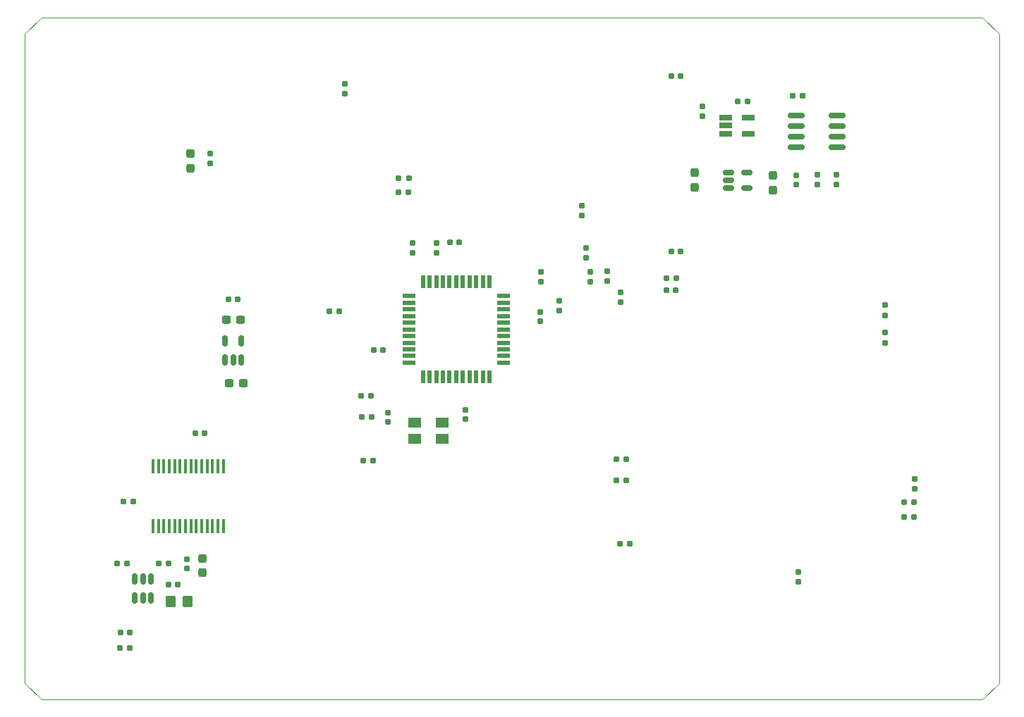
<source format=gbr>
%TF.GenerationSoftware,KiCad,Pcbnew,7.0.5*%
%TF.CreationDate,2023-07-20T14:33:04+01:00*%
%TF.ProjectId,EmotionalCities_v.1.1,456d6f74-696f-46e6-916c-436974696573,rev?*%
%TF.SameCoordinates,PX76109c0PY3c14dc0*%
%TF.FileFunction,Paste,Top*%
%TF.FilePolarity,Positive*%
%FSLAX45Y45*%
G04 Gerber Fmt 4.5, Leading zero omitted, Abs format (unit mm)*
G04 Created by KiCad (PCBNEW 7.0.5) date 2023-07-20 14:33:04*
%MOMM*%
%LPD*%
G01*
G04 APERTURE LIST*
G04 Aperture macros list*
%AMRoundRect*
0 Rectangle with rounded corners*
0 $1 Rounding radius*
0 $2 $3 $4 $5 $6 $7 $8 $9 X,Y pos of 4 corners*
0 Add a 4 corners polygon primitive as box body*
4,1,4,$2,$3,$4,$5,$6,$7,$8,$9,$2,$3,0*
0 Add four circle primitives for the rounded corners*
1,1,$1+$1,$2,$3*
1,1,$1+$1,$4,$5*
1,1,$1+$1,$6,$7*
1,1,$1+$1,$8,$9*
0 Add four rect primitives between the rounded corners*
20,1,$1+$1,$2,$3,$4,$5,0*
20,1,$1+$1,$4,$5,$6,$7,0*
20,1,$1+$1,$6,$7,$8,$9,0*
20,1,$1+$1,$8,$9,$2,$3,0*%
G04 Aperture macros list end*
%ADD10RoundRect,0.160000X0.197500X0.160000X-0.197500X0.160000X-0.197500X-0.160000X0.197500X-0.160000X0*%
%ADD11RoundRect,0.160000X0.160000X-0.197500X0.160000X0.197500X-0.160000X0.197500X-0.160000X-0.197500X0*%
%ADD12RoundRect,0.150000X0.150000X-0.512500X0.150000X0.512500X-0.150000X0.512500X-0.150000X-0.512500X0*%
%ADD13RoundRect,0.160000X-0.160000X0.197500X-0.160000X-0.197500X0.160000X-0.197500X0.160000X0.197500X0*%
%ADD14RoundRect,0.155000X0.212500X0.155000X-0.212500X0.155000X-0.212500X-0.155000X0.212500X-0.155000X0*%
%ADD15RoundRect,0.155000X-0.155000X0.212500X-0.155000X-0.212500X0.155000X-0.212500X0.155000X0.212500X0*%
%ADD16RoundRect,0.237500X-0.237500X0.300000X-0.237500X-0.300000X0.237500X-0.300000X0.237500X0.300000X0*%
%ADD17RoundRect,0.160000X-0.197500X-0.160000X0.197500X-0.160000X0.197500X0.160000X-0.197500X0.160000X0*%
%ADD18RoundRect,0.150000X-0.825000X-0.150000X0.825000X-0.150000X0.825000X0.150000X-0.825000X0.150000X0*%
%ADD19RoundRect,0.237500X-0.237500X0.287500X-0.237500X-0.287500X0.237500X-0.287500X0.237500X0.287500X0*%
%ADD20R,1.560000X0.650000*%
%ADD21R,1.600000X1.300000*%
%ADD22R,1.500000X0.550000*%
%ADD23R,0.550000X1.500000*%
%ADD24RoundRect,0.155000X0.155000X-0.212500X0.155000X0.212500X-0.155000X0.212500X-0.155000X-0.212500X0*%
%ADD25RoundRect,0.155000X-0.212500X-0.155000X0.212500X-0.155000X0.212500X0.155000X-0.212500X0.155000X0*%
%ADD26RoundRect,0.150000X-0.512500X-0.150000X0.512500X-0.150000X0.512500X0.150000X-0.512500X0.150000X0*%
%ADD27RoundRect,0.250000X-0.350000X-0.450000X0.350000X-0.450000X0.350000X0.450000X-0.350000X0.450000X0*%
%ADD28R,0.450000X1.750000*%
%ADD29RoundRect,0.237500X-0.300000X-0.237500X0.300000X-0.237500X0.300000X0.237500X-0.300000X0.237500X0*%
%TA.AperFunction,Profile*%
%ADD30C,0.076200*%
%TD*%
G04 APERTURE END LIST*
D10*
%TO.C,R10*%
X3779500Y-3530000D03*
X3660000Y-3530000D03*
%TD*%
D11*
%TO.C,R8*%
X6420402Y-3521508D03*
X6420402Y-3402008D03*
%TD*%
D12*
%TO.C,IC4*%
X2408372Y-4113458D03*
X2503372Y-4113458D03*
X2598372Y-4113458D03*
X2598372Y-3885958D03*
X2408372Y-3885958D03*
%TD*%
D13*
%TO.C,R7*%
X6200402Y-3057008D03*
X6200402Y-3176508D03*
%TD*%
D14*
%TO.C,C12*%
X2560122Y-3390108D03*
X2446622Y-3390108D03*
%TD*%
D15*
%TO.C,C1*%
X4360402Y-4750009D03*
X4360402Y-4863509D03*
%TD*%
D16*
%TO.C,C52*%
X2134523Y-6503104D03*
X2134523Y-6675604D03*
%TD*%
D13*
%TO.C,R19*%
X7150402Y-3300250D03*
X7150402Y-3419750D03*
%TD*%
%TO.C,R20*%
X6995402Y-3052008D03*
X6995402Y-3171508D03*
%TD*%
D10*
%TO.C,R24*%
X7224013Y-5561759D03*
X7104513Y-5561759D03*
%TD*%
%TO.C,R26*%
X7224013Y-5306759D03*
X7104513Y-5306759D03*
%TD*%
%TO.C,R4*%
X10679750Y-6005000D03*
X10560250Y-6005000D03*
%TD*%
D17*
%TO.C,R5*%
X10560250Y-5830000D03*
X10679750Y-5830000D03*
%TD*%
D11*
%TO.C,R6*%
X3840737Y-914336D03*
X3840737Y-794836D03*
%TD*%
D17*
%TO.C,R18*%
X4062771Y-5323759D03*
X4182271Y-5323759D03*
%TD*%
D18*
%TO.C,U10*%
X9262500Y-1179500D03*
X9262500Y-1306500D03*
X9262500Y-1433500D03*
X9262500Y-1560500D03*
X9757500Y-1560500D03*
X9757500Y-1433500D03*
X9757500Y-1306500D03*
X9757500Y-1179500D03*
%TD*%
D19*
%TO.C,D1*%
X1992521Y-1636258D03*
X1992521Y-1811258D03*
%TD*%
D13*
%TO.C,R30*%
X9745000Y-1890250D03*
X9745000Y-2009750D03*
%TD*%
D20*
%TO.C,U8*%
X8415000Y-1205000D03*
X8415000Y-1300000D03*
X8415000Y-1395000D03*
X8685000Y-1395000D03*
X8685000Y-1205000D03*
%TD*%
D15*
%TO.C,C16*%
X10685000Y-5548250D03*
X10685000Y-5661750D03*
%TD*%
D17*
%TO.C,R2*%
X4490987Y-1934586D03*
X4610487Y-1934586D03*
%TD*%
D21*
%TO.C,X1*%
X4679272Y-5066509D03*
X5009272Y-5066509D03*
X5009272Y-4866509D03*
X4679272Y-4866509D03*
%TD*%
D10*
%TO.C,R3*%
X4605487Y-2104586D03*
X4485987Y-2104586D03*
%TD*%
D22*
%TO.C,U6*%
X5750402Y-4149258D03*
X5750402Y-4069258D03*
X5750402Y-3989258D03*
X5750402Y-3909258D03*
X5750402Y-3829258D03*
X5750402Y-3749258D03*
X5750402Y-3669258D03*
X5750402Y-3589258D03*
X5750402Y-3509258D03*
X5750402Y-3429258D03*
X5750402Y-3349258D03*
D23*
X5580402Y-3179258D03*
X5500402Y-3179258D03*
X5420402Y-3179258D03*
X5340402Y-3179258D03*
X5260402Y-3179258D03*
X5180402Y-3179258D03*
X5100402Y-3179258D03*
X5020402Y-3179258D03*
X4940402Y-3179258D03*
X4860402Y-3179258D03*
X4780402Y-3179258D03*
D22*
X4610402Y-3349258D03*
X4610402Y-3429258D03*
X4610402Y-3509258D03*
X4610402Y-3589258D03*
X4610402Y-3669258D03*
X4610402Y-3749258D03*
X4610402Y-3829258D03*
X4610402Y-3909258D03*
X4610402Y-3989258D03*
X4610402Y-4069258D03*
X4610402Y-4149258D03*
D23*
X4780402Y-4319259D03*
X4860402Y-4319259D03*
X4940402Y-4319259D03*
X5020402Y-4319259D03*
X5100402Y-4319259D03*
X5180402Y-4319259D03*
X5260402Y-4319259D03*
X5340402Y-4319259D03*
X5420402Y-4319259D03*
X5500402Y-4319259D03*
X5580402Y-4319259D03*
%TD*%
D11*
%TO.C,R14*%
X4655402Y-2826508D03*
X4655402Y-2707009D03*
%TD*%
D14*
%TO.C,C19*%
X7876750Y-2810000D03*
X7763250Y-2810000D03*
%TD*%
%TO.C,C20*%
X7876750Y-701758D03*
X7763250Y-701758D03*
%TD*%
D11*
%TO.C,R11*%
X6790402Y-3176508D03*
X6790402Y-3057008D03*
%TD*%
%TO.C,R12*%
X6735402Y-2886508D03*
X6735402Y-2767009D03*
%TD*%
D24*
%TO.C,C18*%
X9290737Y-6781336D03*
X9290737Y-6667836D03*
%TD*%
D11*
%TO.C,R13*%
X4940402Y-2826508D03*
X4940402Y-2707009D03*
%TD*%
D14*
%TO.C,C27*%
X9336750Y-938741D03*
X9223250Y-938741D03*
%TD*%
D16*
%TO.C,C28*%
X8980000Y-1900508D03*
X8980000Y-2073008D03*
%TD*%
D25*
%TO.C,C23*%
X7147513Y-6325414D03*
X7261013Y-6325414D03*
%TD*%
D26*
%TO.C,IC1*%
X8446250Y-1861758D03*
X8446250Y-1956758D03*
X8446250Y-2051758D03*
X8673750Y-2051758D03*
X8673750Y-1861758D03*
%TD*%
D24*
%TO.C,C29*%
X9260000Y-2008508D03*
X9260000Y-1895008D03*
%TD*%
D25*
%TO.C,C24*%
X8563250Y-1010000D03*
X8676750Y-1010000D03*
%TD*%
D15*
%TO.C,C32*%
X6690000Y-2263250D03*
X6690000Y-2376750D03*
%TD*%
D16*
%TO.C,C26*%
X8045000Y-1865508D03*
X8045000Y-2038008D03*
%TD*%
D11*
%TO.C,R29*%
X9520000Y-2009750D03*
X9520000Y-1890250D03*
%TD*%
D13*
%TO.C,R1*%
X8140000Y-1070250D03*
X8140000Y-1189750D03*
%TD*%
D25*
%TO.C,C4*%
X1612513Y-6565414D03*
X1726013Y-6565414D03*
%TD*%
D13*
%TO.C,R37*%
X2230402Y-1635664D03*
X2230402Y-1755164D03*
%TD*%
D25*
%TO.C,C3*%
X1727513Y-6820000D03*
X1841013Y-6820000D03*
%TD*%
D14*
%TO.C,C9*%
X2161013Y-4995414D03*
X2047513Y-4995414D03*
%TD*%
D24*
%TO.C,C14*%
X6190402Y-3653508D03*
X6190402Y-3540008D03*
%TD*%
D25*
%TO.C,C15*%
X4186902Y-3996758D03*
X4300402Y-3996758D03*
%TD*%
D24*
%TO.C,C21*%
X5294402Y-4829509D03*
X5294402Y-4716009D03*
%TD*%
D25*
%TO.C,C51*%
X7703987Y-3274586D03*
X7817487Y-3274586D03*
%TD*%
D17*
%TO.C,R68*%
X7700987Y-3134586D03*
X7820487Y-3134586D03*
%TD*%
D27*
%TO.C,L1*%
X1754263Y-7020000D03*
X1954263Y-7020000D03*
%TD*%
D14*
%TO.C,C13*%
X5217152Y-2706759D03*
X5103652Y-2706759D03*
%TD*%
D28*
%TO.C,IC3*%
X2384263Y-5395414D03*
X2319263Y-5395414D03*
X2254263Y-5395414D03*
X2189263Y-5395414D03*
X2124263Y-5395414D03*
X2059263Y-5395414D03*
X1994263Y-5395414D03*
X1929263Y-5395414D03*
X1864263Y-5395414D03*
X1799263Y-5395414D03*
X1734263Y-5395414D03*
X1669263Y-5395414D03*
X1604263Y-5395414D03*
X1539263Y-5395414D03*
X1539263Y-6115414D03*
X1604263Y-6115414D03*
X1669263Y-6115414D03*
X1734263Y-6115414D03*
X1799263Y-6115414D03*
X1864263Y-6115414D03*
X1929263Y-6115414D03*
X1994263Y-6115414D03*
X2059263Y-6115414D03*
X2124263Y-6115414D03*
X2189263Y-6115414D03*
X2254263Y-6115414D03*
X2319263Y-6115414D03*
X2384263Y-6115414D03*
%TD*%
D14*
%TO.C,C6*%
X1226013Y-6565414D03*
X1112513Y-6565414D03*
%TD*%
D29*
%TO.C,C10*%
X2453750Y-4400000D03*
X2626250Y-4400000D03*
%TD*%
D25*
%TO.C,C2*%
X1147513Y-7395414D03*
X1261013Y-7395414D03*
%TD*%
D15*
%TO.C,C5*%
X1944263Y-6508664D03*
X1944263Y-6622164D03*
%TD*%
D29*
%TO.C,C11*%
X2417122Y-3633948D03*
X2589622Y-3633948D03*
%TD*%
D12*
%TO.C,IC2*%
X1324263Y-6979164D03*
X1419263Y-6979164D03*
X1514263Y-6979164D03*
X1514263Y-6751664D03*
X1419263Y-6751664D03*
X1324263Y-6751664D03*
%TD*%
D25*
%TO.C,C7*%
X1187513Y-5815414D03*
X1301013Y-5815414D03*
%TD*%
D17*
%TO.C,R69*%
X1144513Y-7575414D03*
X1264013Y-7575414D03*
%TD*%
%TO.C,R22*%
X4042771Y-4803759D03*
X4162271Y-4803759D03*
%TD*%
D13*
%TO.C,R27*%
X10330000Y-3460250D03*
X10330000Y-3579750D03*
%TD*%
%TO.C,R25*%
X10330000Y-3790250D03*
X10330000Y-3909750D03*
%TD*%
D10*
%TO.C,R9*%
X4160487Y-4544586D03*
X4040987Y-4544586D03*
%TD*%
D30*
X200000Y0D02*
X11500000Y0D01*
X200000Y-8200000D02*
X11500000Y-8200000D01*
X0Y-8000000D02*
X0Y-200000D01*
X11500000Y0D02*
X11700000Y-200000D01*
X11700000Y-200000D02*
X11700000Y-8000000D01*
X11700000Y-8000000D02*
X11500000Y-8200000D01*
X200000Y0D02*
X0Y-200000D01*
X0Y-8000000D02*
X200000Y-8200000D01*
M02*

</source>
